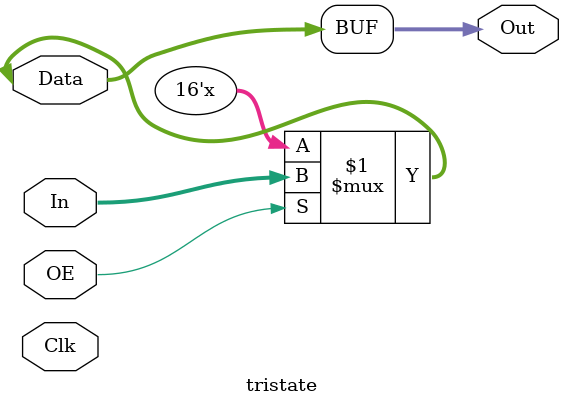
<source format=sv>
module tristate #(N = 16) (
	input wire Clk, OE,
	input [N-1:0] In,
	output logic [N-1:0] Out,
	inout wire [N-1:0] Data
);

assign Data = OE ? In : {N{1'bZ}};
assign Out = Data;

endmodule
</source>
